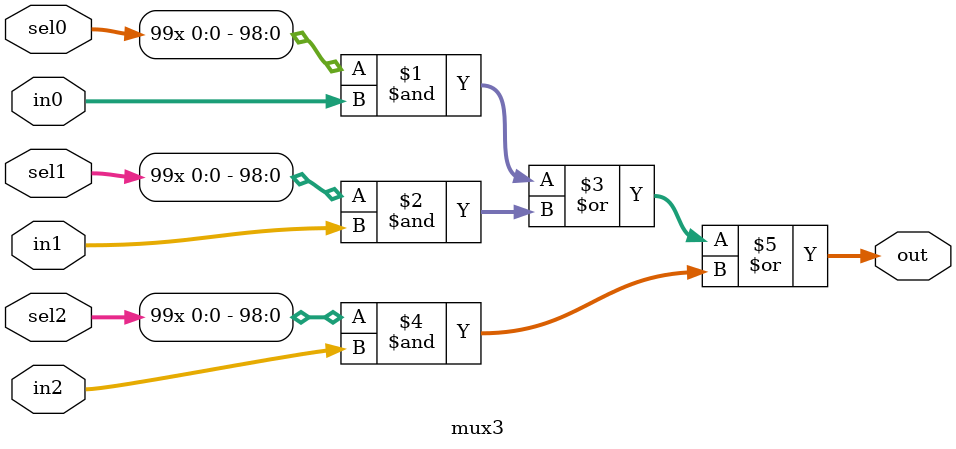
<source format=v>
/*
  Copyright (C) 2013 Adapteva, Inc.
  Contributed by Andreas Olofsson <support@adapteva.com>

  This program is free software: you can redistribute it and/or modify
  it under the terms of the GNU General Public License as published by
  the Free Software Foundation, either version 3 of the License, or
  (at your option) any later version.

  This program is distributed in the hope that it will be useful,
  but WITHOUT ANY WARRANTY; without even the implied warranty of
  MERCHANTABILITY or FITNESS FOR A PARTICULAR PURPOSE.  See the
  GNU General Public License for more details.

  You should have received a copy of the GNU General Public License
  along with this program (see the file COPYING).  If not, see
  <http://www.gnu.org/licenses/>.
*/
module mux3(/*AUTOARG*/
   // Outputs
   out,
   // Inputs
   in0, in1, in2, sel0, sel1, sel2
   );

   parameter DW=99;
   
   //data inputs
   input [DW-1:0]  in0;
   input [DW-1:0]  in1;
   input [DW-1:0]  in2;
   
   //select inputs
   input           sel0;
   input           sel1;
   input           sel2;

   output [DW-1:0] out;
   
  
   assign out[DW-1:0] = ({(DW){sel0}} & in0[DW-1:0] |
			 {(DW){sel1}} & in1[DW-1:0] |
			 {(DW){sel2}} & in2[DW-1:0]);
   			
   // synthesis translate_off
   always @*
     if((sel0+sel1+sel2>1) && ($time>0))
       $display("ERROR>>Arbitration failure in cell %m");
   // synthesis translate_on
  
endmodule // mux3

</source>
